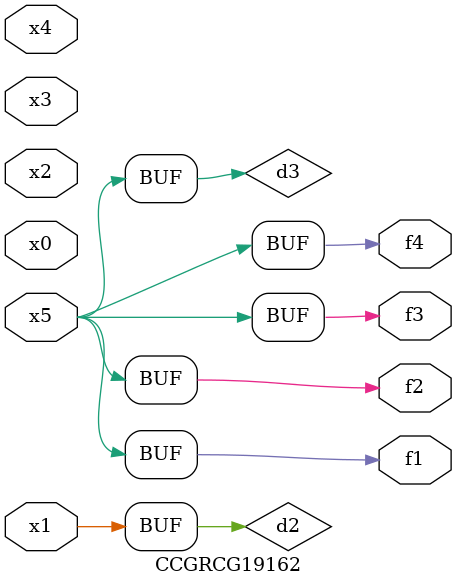
<source format=v>
module CCGRCG19162(
	input x0, x1, x2, x3, x4, x5,
	output f1, f2, f3, f4
);

	wire d1, d2, d3;

	not (d1, x5);
	or (d2, x1);
	xnor (d3, d1);
	assign f1 = d3;
	assign f2 = d3;
	assign f3 = d3;
	assign f4 = d3;
endmodule

</source>
